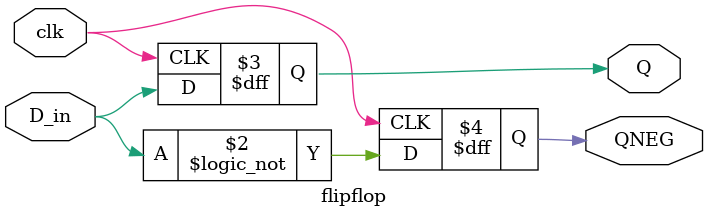
<source format=v>
module flipflop (

	input 		D_in,clk,
	output reg 		Q,QNEG
	//input wire D_in;	Si no se especifica son tipo wire
);

always@(posedge clk)
begin
	Q 		<= D_in;
	QNEG 	<= !D_in;
end


endmodule


</source>
